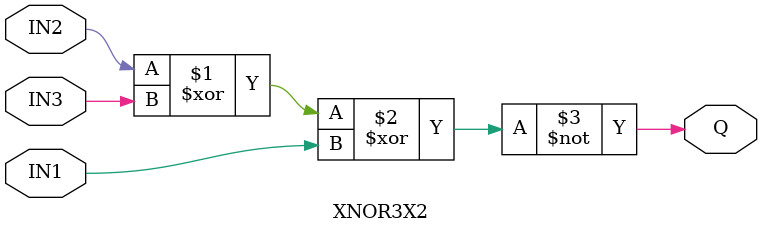
<source format=v>
`timescale 1ns/1ps
`celldefine
module XNOR3X2 (IN1, IN2, IN3, Q);
input IN1;
input IN2;
input IN3;
output Q;

xnor U0 (Q, IN2, IN3, IN1);

specify
specparam
tdelay_IN1_Q_01_0=0.01,
tdelay_IN1_Q_10_0=0.01,
tdelay_IN2_Q_01_0=0.01,
tdelay_IN2_Q_10_0=0.01,
tdelay_IN3_Q_01_0=0.01,
tdelay_IN3_Q_10_0=0.01;

(IN1 => Q)=(tdelay_IN1_Q_01_0, tdelay_IN1_Q_10_0);
(IN2 => Q)=(tdelay_IN2_Q_01_0, tdelay_IN2_Q_10_0);
(IN3 => Q)=(tdelay_IN3_Q_01_0, tdelay_IN3_Q_10_0);
endspecify
endmodule
`endcelldefine

</source>
